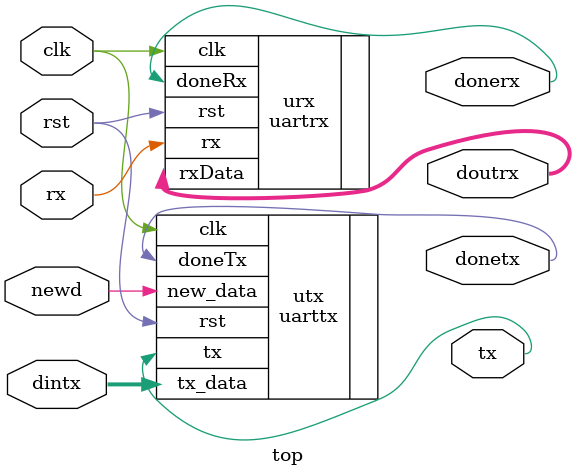
<source format=v>
module top#(
	parameter clk_freq = 1000000,
	parameter baud_rate = 9600
)(donerx,donetx,doutrx,tx,clk,rst,rx,newd,dintx);
output donerx,donetx,tx;
output [7:0] doutrx;
input clk,rst,rx,newd;
input [7:0] dintx;

uarttx #( 					
	.clk_freq(clk_freq),
	.baud_rate(baud_rate)
)
utx(.doneTx(donetx),.tx(tx),.clk(clk),.rst(rst),.new_data(newd),.tx_data(dintx));
uartrx#(
	.clk_freq(clk_freq),
	.baud_rate(baud_rate)
)
urx(.doneRx(donerx),.rxData(doutrx),.clk(clk),.rst(rst),.rx(rx));
endmodule
</source>
